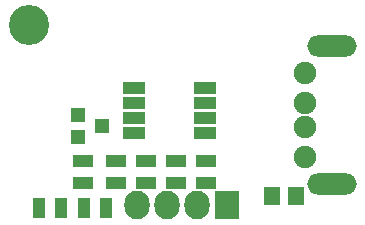
<source format=gbr>
G04 #@! TF.FileFunction,Soldermask,Bot*
%FSLAX46Y46*%
G04 Gerber Fmt 4.6, Leading zero omitted, Abs format (unit mm)*
G04 Created by KiCad (PCBNEW (2016-04-04 BZR 6663, Git 30f5a7a)-product) date 05/05/2016 22:09:38*
%MOMM*%
G01*
G04 APERTURE LIST*
%ADD10C,0.100000*%
%ADD11R,1.700000X1.100000*%
%ADD12R,1.100000X1.700000*%
%ADD13R,1.200100X1.200100*%
%ADD14R,1.850000X1.000000*%
%ADD15R,1.400000X1.650000*%
%ADD16C,3.400000*%
%ADD17R,2.127200X2.432000*%
%ADD18O,2.127200X2.432000*%
%ADD19C,1.901140*%
%ADD20O,4.200000X1.800000*%
G04 APERTURE END LIST*
D10*
D11*
X146558000Y-104074000D03*
X146558000Y-102174000D03*
D12*
X145730000Y-106172000D03*
X143830000Y-106172000D03*
D11*
X149098000Y-102174000D03*
X149098000Y-104074000D03*
X154178000Y-102174000D03*
X154178000Y-104074000D03*
D12*
X140020000Y-106172000D03*
X141920000Y-106172000D03*
D11*
X143764000Y-104074000D03*
X143764000Y-102174000D03*
D13*
X143398240Y-100137000D03*
X143398240Y-98237000D03*
X145397220Y-99187000D03*
D14*
X154130000Y-96012000D03*
X154130000Y-97282000D03*
X154130000Y-98552000D03*
X154130000Y-99822000D03*
X148130000Y-99822000D03*
X148130000Y-98552000D03*
X148130000Y-97282000D03*
X148130000Y-96012000D03*
D11*
X151638000Y-102174000D03*
X151638000Y-104074000D03*
D15*
X159782000Y-105156000D03*
X161782000Y-105156000D03*
D16*
X139192000Y-90678000D03*
D17*
X155956000Y-105918000D03*
D18*
X153416000Y-105918000D03*
X150876000Y-105918000D03*
X148336000Y-105918000D03*
D19*
X162557880Y-94741140D03*
X162557880Y-97281140D03*
X162557880Y-99313140D03*
X162557880Y-101853140D03*
D20*
X164846000Y-92456000D03*
X164846000Y-104140000D03*
M02*

</source>
